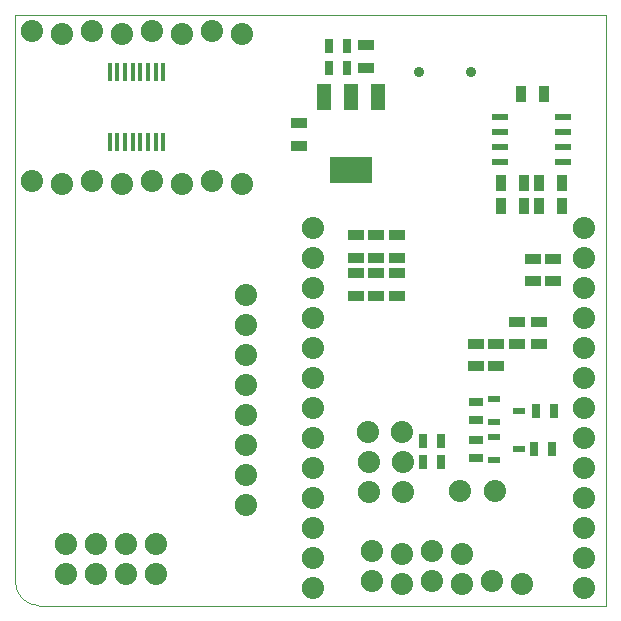
<source format=gbs>
G04 (created by PCBNEW (2013-mar-13)-testing) date Thu 22 Aug 2013 04:52:17 PM WEST*
%MOIN*%
G04 Gerber Fmt 3.4, Leading zero omitted, Abs format*
%FSLAX34Y34*%
G01*
G70*
G90*
G04 APERTURE LIST*
%ADD10C,0.005906*%
%ADD11C,0.003937*%
%ADD12C,0.035400*%
%ADD13O,0.074000X0.074000*%
%ADD14R,0.055000X0.035000*%
%ADD15R,0.035000X0.055000*%
%ADD16R,0.055100X0.023600*%
%ADD17R,0.048000X0.088000*%
%ADD18R,0.141700X0.086600*%
%ADD19R,0.025000X0.045000*%
%ADD20R,0.039400X0.023600*%
%ADD21R,0.045000X0.025000*%
%ADD22R,0.015700X0.062900*%
G04 APERTURE END LIST*
G54D10*
G54D11*
X1181Y393D02*
X20078Y393D01*
X393Y20078D02*
X393Y1181D01*
X393Y1181D02*
G75*
G03X1181Y393I787J0D01*
G74*
G01*
X20078Y20078D02*
X20078Y393D01*
X393Y20078D02*
X20078Y20078D01*
G54D12*
X13858Y18167D03*
X15590Y18168D03*
G54D13*
X5081Y2432D03*
X5081Y1432D03*
X4081Y2432D03*
X4081Y1432D03*
X3081Y2432D03*
X3081Y1432D03*
X2081Y2432D03*
X2081Y1432D03*
X8081Y10737D03*
X8081Y9737D03*
X8081Y8737D03*
X8081Y7737D03*
X8081Y6737D03*
X8081Y5737D03*
X8081Y4737D03*
X8081Y3737D03*
G54D14*
X17125Y9863D03*
X17125Y9113D03*
G54D15*
X17853Y14488D03*
X18603Y14488D03*
G54D14*
X17834Y9113D03*
X17834Y9863D03*
X12401Y11987D03*
X12401Y12737D03*
X13110Y11477D03*
X13110Y10727D03*
X12401Y11477D03*
X12401Y10727D03*
X13110Y11987D03*
X13110Y12737D03*
X17637Y11199D03*
X17637Y11949D03*
X18307Y11199D03*
X18307Y11949D03*
G54D13*
X12283Y2215D03*
X13283Y2115D03*
X14283Y2215D03*
X15283Y2115D03*
G54D16*
X16548Y16694D03*
X18648Y16694D03*
X16548Y16194D03*
X16548Y15694D03*
X16548Y15194D03*
X18648Y16194D03*
X18648Y15694D03*
X18648Y15194D03*
G54D15*
X17343Y13700D03*
X16593Y13700D03*
X17853Y13700D03*
X18603Y13700D03*
X17343Y14488D03*
X16593Y14488D03*
G54D14*
X11732Y10727D03*
X11732Y11477D03*
X11732Y12737D03*
X11732Y11987D03*
X16417Y9115D03*
X16417Y8365D03*
X15748Y9115D03*
X15748Y8365D03*
G54D17*
X10664Y17361D03*
X11574Y17361D03*
X12484Y17361D03*
G54D18*
X11574Y14921D03*
G54D19*
X10841Y19055D03*
X11441Y19055D03*
X10841Y18307D03*
X11441Y18307D03*
X14591Y5196D03*
X13991Y5196D03*
X14591Y5866D03*
X13991Y5866D03*
G54D13*
X12174Y4173D03*
X13314Y4173D03*
X16369Y4212D03*
X15229Y4212D03*
X12174Y5196D03*
X13314Y5196D03*
X12134Y6181D03*
X13274Y6181D03*
X19330Y984D03*
X19330Y1984D03*
X19330Y2984D03*
X19330Y3984D03*
X19330Y4984D03*
X19330Y5984D03*
X19330Y6984D03*
X19330Y7984D03*
X19330Y8984D03*
X19330Y9984D03*
X19330Y10984D03*
X19330Y11984D03*
X19330Y12984D03*
X10314Y12992D03*
X10314Y11992D03*
X10314Y10992D03*
X10314Y9992D03*
X10314Y8992D03*
X10314Y7992D03*
X10314Y6992D03*
X10314Y5992D03*
X10314Y4992D03*
X10314Y3992D03*
X10314Y2992D03*
X10314Y1992D03*
X10314Y992D03*
G54D19*
X17731Y6889D03*
X18331Y6889D03*
X17692Y5629D03*
X18292Y5629D03*
G54D20*
X16355Y5254D03*
X17187Y5629D03*
X16355Y6004D03*
X16355Y6514D03*
X17187Y6889D03*
X16355Y7264D03*
G54D21*
X15748Y7189D03*
X15748Y6589D03*
X15748Y5329D03*
X15748Y5929D03*
G54D13*
X944Y19538D03*
X1944Y19438D03*
X2944Y19538D03*
X3944Y19438D03*
X4944Y19538D03*
X5944Y19438D03*
X6944Y19538D03*
X7944Y19438D03*
X944Y14538D03*
X1944Y14438D03*
X2944Y14538D03*
X3944Y14438D03*
X4944Y14538D03*
X5944Y14438D03*
X6944Y14538D03*
X7944Y14438D03*
G54D15*
X17262Y17440D03*
X18012Y17440D03*
G54D13*
X12283Y1220D03*
X13283Y1120D03*
X14283Y1220D03*
X15283Y1120D03*
X16283Y1220D03*
X17283Y1120D03*
G54D22*
X3534Y18169D03*
X3789Y18169D03*
X4045Y18169D03*
X4301Y18169D03*
X4556Y18169D03*
X4812Y18169D03*
X5068Y18169D03*
X5324Y18169D03*
X5324Y15847D03*
X5068Y15847D03*
X4812Y15847D03*
X4556Y15847D03*
X4301Y15847D03*
X4045Y15847D03*
X3789Y15847D03*
X3534Y15847D03*
G54D14*
X12086Y18325D03*
X12086Y19075D03*
X9842Y15727D03*
X9842Y16477D03*
M02*

</source>
